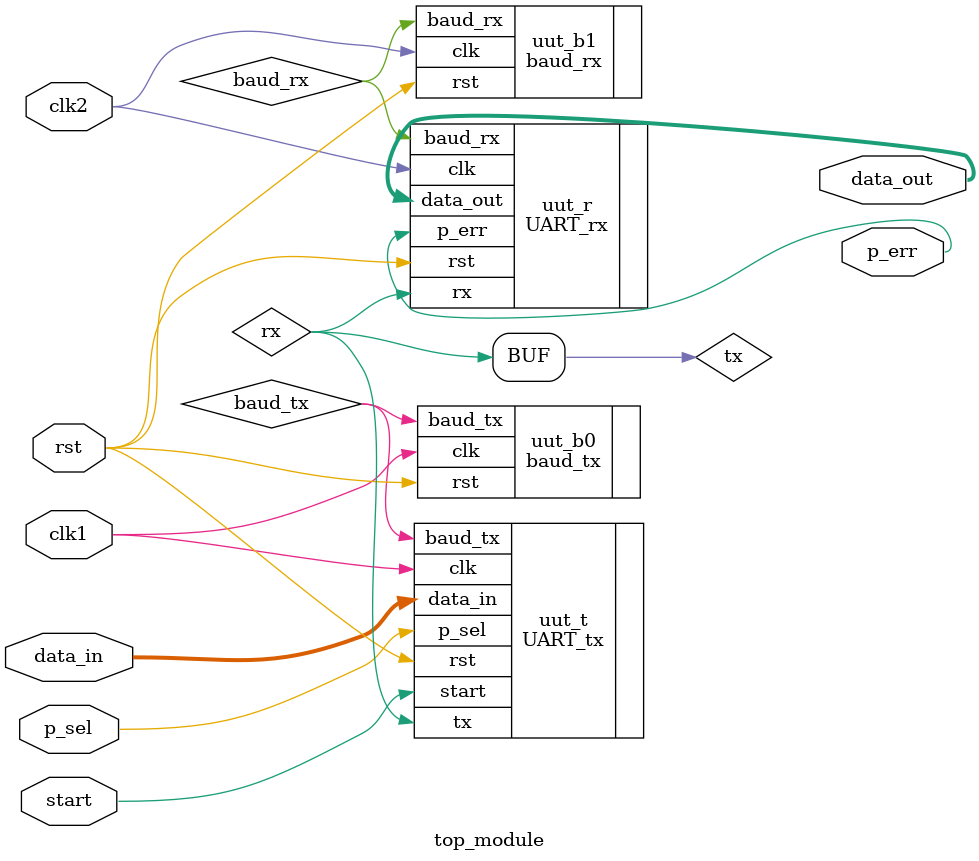
<source format=v>
module top_module(
        input clk1,
        input clk2,
        input rst,
        input start,
        input [7:0]data_in,
        input p_sel,

        output [7:0]data_out,
        output p_err);

wire tx;

baud_tx uut_b0( .clk(clk1),
                 .rst(rst),
                 .baud_tx(baud_tx));

baud_rx uut_b1( .clk(clk2),
                 .rst(rst),
                 .baud_rx(baud_rx));


UART_tx   uut_t( .clk(clk1),
                 .rst(rst),
                 .start(start),
                 .data_in(data_in),
                 .p_sel(p_sel),
                 .baud_tx(baud_tx),
                 .tx(tx));

UART_rx   uut_r( .clk(clk2),
                 .rst(rst),
                 .baud_rx(baud_rx),
                 .rx(rx),
                 .p_err(p_err),
                 .data_out(data_out));
assign rx=tx;

endmodule
        

</source>
